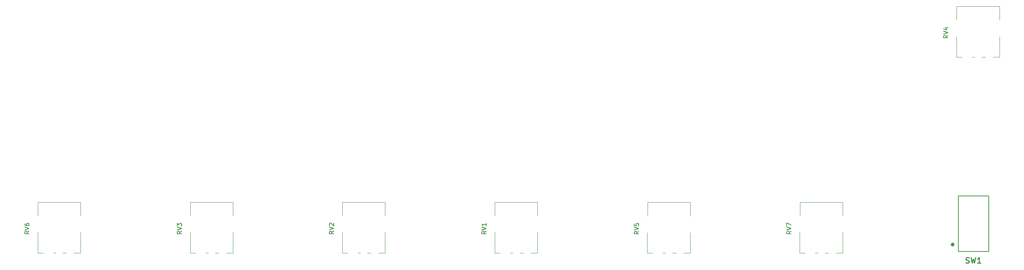
<source format=gbr>
%TF.GenerationSoftware,KiCad,Pcbnew,7.0.5-0*%
%TF.CreationDate,2023-08-11T11:25:24-04:00*%
%TF.ProjectId,AmpSim,416d7053-696d-42e6-9b69-6361645f7063,rev?*%
%TF.SameCoordinates,Original*%
%TF.FileFunction,Legend,Top*%
%TF.FilePolarity,Positive*%
%FSLAX46Y46*%
G04 Gerber Fmt 4.6, Leading zero omitted, Abs format (unit mm)*
G04 Created by KiCad (PCBNEW 7.0.5-0) date 2023-08-11 11:25:24*
%MOMM*%
%LPD*%
G01*
G04 APERTURE LIST*
%ADD10C,0.254000*%
%ADD11C,0.150000*%
%ADD12C,0.200000*%
%ADD13C,0.400000*%
%ADD14C,0.120000*%
G04 APERTURE END LIST*
D10*
%TO.C,SW1*%
X268706666Y-217113842D02*
X268888095Y-217174318D01*
X268888095Y-217174318D02*
X269190476Y-217174318D01*
X269190476Y-217174318D02*
X269311428Y-217113842D01*
X269311428Y-217113842D02*
X269371904Y-217053365D01*
X269371904Y-217053365D02*
X269432381Y-216932413D01*
X269432381Y-216932413D02*
X269432381Y-216811461D01*
X269432381Y-216811461D02*
X269371904Y-216690508D01*
X269371904Y-216690508D02*
X269311428Y-216630032D01*
X269311428Y-216630032D02*
X269190476Y-216569556D01*
X269190476Y-216569556D02*
X268948571Y-216509080D01*
X268948571Y-216509080D02*
X268827619Y-216448603D01*
X268827619Y-216448603D02*
X268767142Y-216388127D01*
X268767142Y-216388127D02*
X268706666Y-216267175D01*
X268706666Y-216267175D02*
X268706666Y-216146222D01*
X268706666Y-216146222D02*
X268767142Y-216025270D01*
X268767142Y-216025270D02*
X268827619Y-215964794D01*
X268827619Y-215964794D02*
X268948571Y-215904318D01*
X268948571Y-215904318D02*
X269250952Y-215904318D01*
X269250952Y-215904318D02*
X269432381Y-215964794D01*
X269855714Y-215904318D02*
X270158095Y-217174318D01*
X270158095Y-217174318D02*
X270400000Y-216267175D01*
X270400000Y-216267175D02*
X270641905Y-217174318D01*
X270641905Y-217174318D02*
X270944286Y-215904318D01*
X272093334Y-217174318D02*
X271367619Y-217174318D01*
X271730476Y-217174318D02*
X271730476Y-215904318D01*
X271730476Y-215904318D02*
X271609524Y-216085746D01*
X271609524Y-216085746D02*
X271488572Y-216206699D01*
X271488572Y-216206699D02*
X271367619Y-216267175D01*
D11*
%TO.C,RV2*%
X124434819Y-209870238D02*
X123958628Y-210203571D01*
X124434819Y-210441666D02*
X123434819Y-210441666D01*
X123434819Y-210441666D02*
X123434819Y-210060714D01*
X123434819Y-210060714D02*
X123482438Y-209965476D01*
X123482438Y-209965476D02*
X123530057Y-209917857D01*
X123530057Y-209917857D02*
X123625295Y-209870238D01*
X123625295Y-209870238D02*
X123768152Y-209870238D01*
X123768152Y-209870238D02*
X123863390Y-209917857D01*
X123863390Y-209917857D02*
X123911009Y-209965476D01*
X123911009Y-209965476D02*
X123958628Y-210060714D01*
X123958628Y-210060714D02*
X123958628Y-210441666D01*
X123434819Y-209584523D02*
X124434819Y-209251190D01*
X124434819Y-209251190D02*
X123434819Y-208917857D01*
X123530057Y-208632142D02*
X123482438Y-208584523D01*
X123482438Y-208584523D02*
X123434819Y-208489285D01*
X123434819Y-208489285D02*
X123434819Y-208251190D01*
X123434819Y-208251190D02*
X123482438Y-208155952D01*
X123482438Y-208155952D02*
X123530057Y-208108333D01*
X123530057Y-208108333D02*
X123625295Y-208060714D01*
X123625295Y-208060714D02*
X123720533Y-208060714D01*
X123720533Y-208060714D02*
X123863390Y-208108333D01*
X123863390Y-208108333D02*
X124434819Y-208679761D01*
X124434819Y-208679761D02*
X124434819Y-208060714D01*
%TO.C,RV4*%
X264654819Y-165145238D02*
X264178628Y-165478571D01*
X264654819Y-165716666D02*
X263654819Y-165716666D01*
X263654819Y-165716666D02*
X263654819Y-165335714D01*
X263654819Y-165335714D02*
X263702438Y-165240476D01*
X263702438Y-165240476D02*
X263750057Y-165192857D01*
X263750057Y-165192857D02*
X263845295Y-165145238D01*
X263845295Y-165145238D02*
X263988152Y-165145238D01*
X263988152Y-165145238D02*
X264083390Y-165192857D01*
X264083390Y-165192857D02*
X264131009Y-165240476D01*
X264131009Y-165240476D02*
X264178628Y-165335714D01*
X264178628Y-165335714D02*
X264178628Y-165716666D01*
X263654819Y-164859523D02*
X264654819Y-164526190D01*
X264654819Y-164526190D02*
X263654819Y-164192857D01*
X263988152Y-163430952D02*
X264654819Y-163430952D01*
X263607200Y-163669047D02*
X264321485Y-163907142D01*
X264321485Y-163907142D02*
X264321485Y-163288095D01*
%TO.C,RV6*%
X54874819Y-209880238D02*
X54398628Y-210213571D01*
X54874819Y-210451666D02*
X53874819Y-210451666D01*
X53874819Y-210451666D02*
X53874819Y-210070714D01*
X53874819Y-210070714D02*
X53922438Y-209975476D01*
X53922438Y-209975476D02*
X53970057Y-209927857D01*
X53970057Y-209927857D02*
X54065295Y-209880238D01*
X54065295Y-209880238D02*
X54208152Y-209880238D01*
X54208152Y-209880238D02*
X54303390Y-209927857D01*
X54303390Y-209927857D02*
X54351009Y-209975476D01*
X54351009Y-209975476D02*
X54398628Y-210070714D01*
X54398628Y-210070714D02*
X54398628Y-210451666D01*
X53874819Y-209594523D02*
X54874819Y-209261190D01*
X54874819Y-209261190D02*
X53874819Y-208927857D01*
X53874819Y-208165952D02*
X53874819Y-208356428D01*
X53874819Y-208356428D02*
X53922438Y-208451666D01*
X53922438Y-208451666D02*
X53970057Y-208499285D01*
X53970057Y-208499285D02*
X54112914Y-208594523D01*
X54112914Y-208594523D02*
X54303390Y-208642142D01*
X54303390Y-208642142D02*
X54684342Y-208642142D01*
X54684342Y-208642142D02*
X54779580Y-208594523D01*
X54779580Y-208594523D02*
X54827200Y-208546904D01*
X54827200Y-208546904D02*
X54874819Y-208451666D01*
X54874819Y-208451666D02*
X54874819Y-208261190D01*
X54874819Y-208261190D02*
X54827200Y-208165952D01*
X54827200Y-208165952D02*
X54779580Y-208118333D01*
X54779580Y-208118333D02*
X54684342Y-208070714D01*
X54684342Y-208070714D02*
X54446247Y-208070714D01*
X54446247Y-208070714D02*
X54351009Y-208118333D01*
X54351009Y-208118333D02*
X54303390Y-208165952D01*
X54303390Y-208165952D02*
X54255771Y-208261190D01*
X54255771Y-208261190D02*
X54255771Y-208451666D01*
X54255771Y-208451666D02*
X54303390Y-208546904D01*
X54303390Y-208546904D02*
X54351009Y-208594523D01*
X54351009Y-208594523D02*
X54446247Y-208642142D01*
%TO.C,RV5*%
X194044819Y-209930238D02*
X193568628Y-210263571D01*
X194044819Y-210501666D02*
X193044819Y-210501666D01*
X193044819Y-210501666D02*
X193044819Y-210120714D01*
X193044819Y-210120714D02*
X193092438Y-210025476D01*
X193092438Y-210025476D02*
X193140057Y-209977857D01*
X193140057Y-209977857D02*
X193235295Y-209930238D01*
X193235295Y-209930238D02*
X193378152Y-209930238D01*
X193378152Y-209930238D02*
X193473390Y-209977857D01*
X193473390Y-209977857D02*
X193521009Y-210025476D01*
X193521009Y-210025476D02*
X193568628Y-210120714D01*
X193568628Y-210120714D02*
X193568628Y-210501666D01*
X193044819Y-209644523D02*
X194044819Y-209311190D01*
X194044819Y-209311190D02*
X193044819Y-208977857D01*
X193044819Y-208168333D02*
X193044819Y-208644523D01*
X193044819Y-208644523D02*
X193521009Y-208692142D01*
X193521009Y-208692142D02*
X193473390Y-208644523D01*
X193473390Y-208644523D02*
X193425771Y-208549285D01*
X193425771Y-208549285D02*
X193425771Y-208311190D01*
X193425771Y-208311190D02*
X193473390Y-208215952D01*
X193473390Y-208215952D02*
X193521009Y-208168333D01*
X193521009Y-208168333D02*
X193616247Y-208120714D01*
X193616247Y-208120714D02*
X193854342Y-208120714D01*
X193854342Y-208120714D02*
X193949580Y-208168333D01*
X193949580Y-208168333D02*
X193997200Y-208215952D01*
X193997200Y-208215952D02*
X194044819Y-208311190D01*
X194044819Y-208311190D02*
X194044819Y-208549285D01*
X194044819Y-208549285D02*
X193997200Y-208644523D01*
X193997200Y-208644523D02*
X193949580Y-208692142D01*
%TO.C,RV1*%
X159224819Y-209910238D02*
X158748628Y-210243571D01*
X159224819Y-210481666D02*
X158224819Y-210481666D01*
X158224819Y-210481666D02*
X158224819Y-210100714D01*
X158224819Y-210100714D02*
X158272438Y-210005476D01*
X158272438Y-210005476D02*
X158320057Y-209957857D01*
X158320057Y-209957857D02*
X158415295Y-209910238D01*
X158415295Y-209910238D02*
X158558152Y-209910238D01*
X158558152Y-209910238D02*
X158653390Y-209957857D01*
X158653390Y-209957857D02*
X158701009Y-210005476D01*
X158701009Y-210005476D02*
X158748628Y-210100714D01*
X158748628Y-210100714D02*
X158748628Y-210481666D01*
X158224819Y-209624523D02*
X159224819Y-209291190D01*
X159224819Y-209291190D02*
X158224819Y-208957857D01*
X159224819Y-208100714D02*
X159224819Y-208672142D01*
X159224819Y-208386428D02*
X158224819Y-208386428D01*
X158224819Y-208386428D02*
X158367676Y-208481666D01*
X158367676Y-208481666D02*
X158462914Y-208576904D01*
X158462914Y-208576904D02*
X158510533Y-208672142D01*
%TO.C,RV3*%
X89684819Y-209910238D02*
X89208628Y-210243571D01*
X89684819Y-210481666D02*
X88684819Y-210481666D01*
X88684819Y-210481666D02*
X88684819Y-210100714D01*
X88684819Y-210100714D02*
X88732438Y-210005476D01*
X88732438Y-210005476D02*
X88780057Y-209957857D01*
X88780057Y-209957857D02*
X88875295Y-209910238D01*
X88875295Y-209910238D02*
X89018152Y-209910238D01*
X89018152Y-209910238D02*
X89113390Y-209957857D01*
X89113390Y-209957857D02*
X89161009Y-210005476D01*
X89161009Y-210005476D02*
X89208628Y-210100714D01*
X89208628Y-210100714D02*
X89208628Y-210481666D01*
X88684819Y-209624523D02*
X89684819Y-209291190D01*
X89684819Y-209291190D02*
X88684819Y-208957857D01*
X88684819Y-208719761D02*
X88684819Y-208100714D01*
X88684819Y-208100714D02*
X89065771Y-208434047D01*
X89065771Y-208434047D02*
X89065771Y-208291190D01*
X89065771Y-208291190D02*
X89113390Y-208195952D01*
X89113390Y-208195952D02*
X89161009Y-208148333D01*
X89161009Y-208148333D02*
X89256247Y-208100714D01*
X89256247Y-208100714D02*
X89494342Y-208100714D01*
X89494342Y-208100714D02*
X89589580Y-208148333D01*
X89589580Y-208148333D02*
X89637200Y-208195952D01*
X89637200Y-208195952D02*
X89684819Y-208291190D01*
X89684819Y-208291190D02*
X89684819Y-208576904D01*
X89684819Y-208576904D02*
X89637200Y-208672142D01*
X89637200Y-208672142D02*
X89589580Y-208719761D01*
%TO.C,RV7*%
X228844819Y-209905238D02*
X228368628Y-210238571D01*
X228844819Y-210476666D02*
X227844819Y-210476666D01*
X227844819Y-210476666D02*
X227844819Y-210095714D01*
X227844819Y-210095714D02*
X227892438Y-210000476D01*
X227892438Y-210000476D02*
X227940057Y-209952857D01*
X227940057Y-209952857D02*
X228035295Y-209905238D01*
X228035295Y-209905238D02*
X228178152Y-209905238D01*
X228178152Y-209905238D02*
X228273390Y-209952857D01*
X228273390Y-209952857D02*
X228321009Y-210000476D01*
X228321009Y-210000476D02*
X228368628Y-210095714D01*
X228368628Y-210095714D02*
X228368628Y-210476666D01*
X227844819Y-209619523D02*
X228844819Y-209286190D01*
X228844819Y-209286190D02*
X227844819Y-208952857D01*
X227844819Y-208714761D02*
X227844819Y-208048095D01*
X227844819Y-208048095D02*
X228844819Y-208476666D01*
D12*
%TO.C,SW1*%
X267050000Y-214550000D02*
X267050000Y-201850000D01*
X267050000Y-201850000D02*
X273950000Y-201850000D01*
X273950000Y-201850000D02*
X273950000Y-214550000D01*
X273950000Y-214550000D02*
X267050000Y-214550000D01*
D13*
X265933000Y-212957000D02*
G75*
G03*
X265933000Y-212957000I-228000J0D01*
G01*
D14*
%TO.C,RV2*%
X136150000Y-203255000D02*
X126410000Y-203255000D01*
X136150000Y-206315000D02*
X136150000Y-203255000D01*
X126410000Y-206315000D02*
X126410000Y-203255000D01*
X136150000Y-214845000D02*
X136150000Y-210125000D01*
X136150000Y-214845000D02*
X134660000Y-214845000D01*
X132940000Y-214845000D02*
X132110000Y-214845000D01*
X130490000Y-214845000D02*
X129960000Y-214845000D01*
X127590000Y-214845000D02*
X126410000Y-214845000D01*
X126400000Y-214845000D02*
X126400000Y-210125000D01*
%TO.C,RV4*%
X276370000Y-158530000D02*
X266630000Y-158530000D01*
X276370000Y-161590000D02*
X276370000Y-158530000D01*
X266630000Y-161590000D02*
X266630000Y-158530000D01*
X276370000Y-170120000D02*
X276370000Y-165400000D01*
X276370000Y-170120000D02*
X274880000Y-170120000D01*
X273160000Y-170120000D02*
X272330000Y-170120000D01*
X270710000Y-170120000D02*
X270180000Y-170120000D01*
X267810000Y-170120000D02*
X266630000Y-170120000D01*
X266620000Y-170120000D02*
X266620000Y-165400000D01*
%TO.C,RV6*%
X66590000Y-203265000D02*
X56850000Y-203265000D01*
X66590000Y-206325000D02*
X66590000Y-203265000D01*
X56850000Y-206325000D02*
X56850000Y-203265000D01*
X66590000Y-214855000D02*
X66590000Y-210135000D01*
X66590000Y-214855000D02*
X65100000Y-214855000D01*
X63380000Y-214855000D02*
X62550000Y-214855000D01*
X60930000Y-214855000D02*
X60400000Y-214855000D01*
X58030000Y-214855000D02*
X56850000Y-214855000D01*
X56840000Y-214855000D02*
X56840000Y-210135000D01*
%TO.C,RV5*%
X205760000Y-203315000D02*
X196020000Y-203315000D01*
X205760000Y-206375000D02*
X205760000Y-203315000D01*
X196020000Y-206375000D02*
X196020000Y-203315000D01*
X205760000Y-214905000D02*
X205760000Y-210185000D01*
X205760000Y-214905000D02*
X204270000Y-214905000D01*
X202550000Y-214905000D02*
X201720000Y-214905000D01*
X200100000Y-214905000D02*
X199570000Y-214905000D01*
X197200000Y-214905000D02*
X196020000Y-214905000D01*
X196010000Y-214905000D02*
X196010000Y-210185000D01*
%TO.C,RV1*%
X170940000Y-203295000D02*
X161200000Y-203295000D01*
X170940000Y-206355000D02*
X170940000Y-203295000D01*
X161200000Y-206355000D02*
X161200000Y-203295000D01*
X170940000Y-214885000D02*
X170940000Y-210165000D01*
X170940000Y-214885000D02*
X169450000Y-214885000D01*
X167730000Y-214885000D02*
X166900000Y-214885000D01*
X165280000Y-214885000D02*
X164750000Y-214885000D01*
X162380000Y-214885000D02*
X161200000Y-214885000D01*
X161190000Y-214885000D02*
X161190000Y-210165000D01*
%TO.C,RV3*%
X101400000Y-203295000D02*
X91660000Y-203295000D01*
X101400000Y-206355000D02*
X101400000Y-203295000D01*
X91660000Y-206355000D02*
X91660000Y-203295000D01*
X101400000Y-214885000D02*
X101400000Y-210165000D01*
X101400000Y-214885000D02*
X99910000Y-214885000D01*
X98190000Y-214885000D02*
X97360000Y-214885000D01*
X95740000Y-214885000D02*
X95210000Y-214885000D01*
X92840000Y-214885000D02*
X91660000Y-214885000D01*
X91650000Y-214885000D02*
X91650000Y-210165000D01*
%TO.C,RV7*%
X230810000Y-214880000D02*
X230810000Y-210160000D01*
X232000000Y-214880000D02*
X230820000Y-214880000D01*
X234900000Y-214880000D02*
X234370000Y-214880000D01*
X237350000Y-214880000D02*
X236520000Y-214880000D01*
X240560000Y-214880000D02*
X239070000Y-214880000D01*
X240560000Y-214880000D02*
X240560000Y-210160000D01*
X230820000Y-206350000D02*
X230820000Y-203290000D01*
X240560000Y-206350000D02*
X240560000Y-203290000D01*
X240560000Y-203290000D02*
X230820000Y-203290000D01*
%TD*%
M02*

</source>
